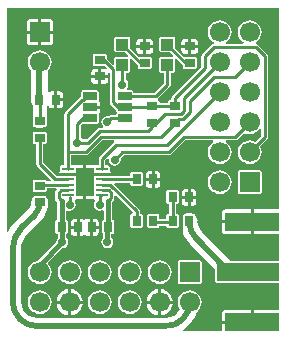
<source format=gbr>
G04 Layer_Physical_Order=1*
G04 Layer_Color=255*
%FSLAX24Y24*%
%MOIN*%
%TF.FileFunction,Copper,L1,Top,Signal*%
%TF.Part,Single*%
G01*
G75*
%TA.AperFunction,Conductor*%
%ADD10C,0.0200*%
%ADD11C,0.0100*%
%TA.AperFunction,SMDPad,CuDef*%
%ADD12R,0.0354X0.0276*%
%ADD13R,0.0394X0.0394*%
%TA.AperFunction,ConnectorPad*%
%ADD14R,0.1811X0.0630*%
%ADD15R,0.2087X0.0591*%
%TA.AperFunction,SMDPad,CuDef*%
%ADD16R,0.0276X0.0354*%
%ADD17R,0.0394X0.0098*%
%ADD18R,0.0587X0.0937*%
G04:AMPARAMS|DCode=19|XSize=25.6mil|YSize=47.2mil|CornerRadius=1.9mil|HoleSize=0mil|Usage=FLASHONLY|Rotation=90.000|XOffset=0mil|YOffset=0mil|HoleType=Round|Shape=RoundedRectangle|*
%AMROUNDEDRECTD19*
21,1,0.0256,0.0434,0,0,90.0*
21,1,0.0218,0.0472,0,0,90.0*
1,1,0.0038,0.0217,0.0109*
1,1,0.0038,0.0217,-0.0109*
1,1,0.0038,-0.0217,-0.0109*
1,1,0.0038,-0.0217,0.0109*
%
%ADD19ROUNDEDRECTD19*%
%TA.AperFunction,Conductor*%
%ADD20C,0.0150*%
%TA.AperFunction,ComponentPad*%
%ADD21C,0.0669*%
%ADD22R,0.0669X0.0669*%
%ADD23R,0.0669X0.0669*%
%TA.AperFunction,ViaPad*%
%ADD24C,0.0276*%
G36*
X2988Y2097D02*
X2984Y2094D01*
X2129D01*
Y1677D01*
Y1260D01*
X2984D01*
X2988Y1257D01*
Y363D01*
X2984Y360D01*
X1378D01*
X414Y1324D01*
X408Y1329D01*
X327Y1433D01*
X274Y1562D01*
X256Y1698D01*
X258Y1700D01*
X258D01*
X248Y1773D01*
X220Y1841D01*
X175Y1900D01*
X166Y1907D01*
X159Y1923D01*
X128Y1936D01*
X117Y1945D01*
X49Y1973D01*
X-24Y1982D01*
X-98Y1973D01*
X-166Y1945D01*
X-177Y1936D01*
X-208Y1923D01*
X-215Y1907D01*
X-224Y1900D01*
X-269Y1841D01*
X-297Y1773D01*
X-307Y1700D01*
X-308D01*
X-294Y1528D01*
X-254Y1361D01*
X-188Y1202D01*
X-98Y1055D01*
X14Y924D01*
X14Y925D01*
X833Y106D01*
Y-295D01*
X852Y-341D01*
X898Y-360D01*
X2984D01*
X2988Y-363D01*
Y-1257D01*
X2984Y-1260D01*
X2129D01*
Y-1677D01*
X2079D01*
Y-1727D01*
X1071D01*
Y-1969D01*
X-218D01*
X-232Y-1919D01*
X-163Y-1876D01*
X-34Y-1766D01*
X76Y-1637D01*
X165Y-1492D01*
X230Y-1335D01*
X234Y-1318D01*
X281Y-1281D01*
X345Y-1199D01*
X384Y-1103D01*
X398Y-1000D01*
X384Y-897D01*
X345Y-801D01*
X281Y-719D01*
X199Y-655D01*
X103Y-616D01*
X0Y-602D01*
X-103Y-616D01*
X-199Y-655D01*
X-281Y-719D01*
X-345Y-801D01*
X-384Y-897D01*
X-398Y-1000D01*
X-384Y-1103D01*
X-345Y-1199D01*
X-332Y-1216D01*
X-350Y-1260D01*
X-433Y-1367D01*
X-540Y-1450D01*
X-666Y-1502D01*
X-793Y-1519D01*
X-800Y-1518D01*
X-5090D01*
X-5097Y-1519D01*
X-5228Y-1501D01*
X-5357Y-1448D01*
X-5468Y-1363D01*
X-5553Y-1252D01*
X-5607Y-1123D01*
X-5624Y-992D01*
X-5623Y-984D01*
Y767D01*
X-5624Y771D01*
X-5610Y907D01*
X-5569Y1042D01*
X-5503Y1166D01*
X-5416Y1272D01*
X-5413Y1274D01*
X-4968Y1719D01*
X-4968Y1719D01*
X-4967Y1718D01*
X-4861Y1848D01*
X-4781Y1996D01*
X-4732Y2157D01*
X-4716Y2324D01*
X-4718D01*
X-4727Y2397D01*
X-4755Y2466D01*
X-4764Y2477D01*
X-4777Y2508D01*
X-4793Y2515D01*
X-4800Y2524D01*
X-4859Y2569D01*
X-4927Y2597D01*
X-5000Y2607D01*
X-5073Y2597D01*
X-5141Y2569D01*
X-5200Y2524D01*
X-5207Y2515D01*
X-5223Y2508D01*
X-5236Y2477D01*
X-5245Y2466D01*
X-5273Y2397D01*
X-5282Y2324D01*
X-5282D01*
X-5292Y2249D01*
X-5322Y2179D01*
X-5368Y2118D01*
X-5368Y2118D01*
X-5368Y2118D01*
X-5812Y1674D01*
X-5813Y1675D01*
X-5944Y1522D01*
X-6050Y1350D01*
X-6099Y1360D01*
Y8799D01*
X2988D01*
Y2097D01*
D02*
G37*
%LPC*%
G36*
X-3587Y1779D02*
X-3674D01*
Y1500D01*
Y1221D01*
X-3587D01*
X-3548Y1229D01*
X-3530Y1240D01*
X-3485Y1251D01*
X-3452Y1229D01*
X-3413Y1221D01*
X-3326D01*
Y1500D01*
Y1779D01*
X-3413D01*
X-3452Y1771D01*
X-3470Y1760D01*
X-3515Y1749D01*
X-3548Y1771D01*
X-3587Y1779D01*
D02*
G37*
G36*
X-3036Y1450D02*
X-3226D01*
Y1221D01*
X-3138D01*
X-3099Y1229D01*
X-3066Y1251D01*
X-3044Y1284D01*
X-3036Y1323D01*
Y1450D01*
D02*
G37*
G36*
X-3000Y398D02*
X-3103Y384D01*
X-3199Y345D01*
X-3281Y281D01*
X-3345Y199D01*
X-3384Y103D01*
X-3398Y0D01*
X-3384Y-103D01*
X-3345Y-199D01*
X-3281Y-281D01*
X-3199Y-345D01*
X-3103Y-384D01*
X-3000Y-398D01*
X-2897Y-384D01*
X-2801Y-345D01*
X-2719Y-281D01*
X-2655Y-199D01*
X-2616Y-103D01*
X-2602Y0D01*
X-2616Y103D01*
X-2655Y199D01*
X-2719Y281D01*
X-2801Y345D01*
X-2897Y384D01*
X-3000Y398D01*
D02*
G37*
G36*
X-2000D02*
X-2103Y384D01*
X-2199Y345D01*
X-2281Y281D01*
X-2345Y199D01*
X-2384Y103D01*
X-2398Y0D01*
X-2384Y-103D01*
X-2345Y-199D01*
X-2281Y-281D01*
X-2199Y-345D01*
X-2103Y-384D01*
X-2000Y-398D01*
X-1897Y-384D01*
X-1801Y-345D01*
X-1719Y-281D01*
X-1655Y-199D01*
X-1616Y-103D01*
X-1602Y0D01*
X-1616Y103D01*
X-1655Y199D01*
X-1719Y281D01*
X-1801Y345D01*
X-1897Y384D01*
X-2000Y398D01*
D02*
G37*
G36*
X-1000D02*
X-1103Y384D01*
X-1199Y345D01*
X-1281Y281D01*
X-1345Y199D01*
X-1384Y103D01*
X-1398Y0D01*
X-1384Y-103D01*
X-1345Y-199D01*
X-1281Y-281D01*
X-1199Y-345D01*
X-1103Y-384D01*
X-1000Y-398D01*
X-897Y-384D01*
X-801Y-345D01*
X-719Y-281D01*
X-655Y-199D01*
X-616Y-103D01*
X-602Y0D01*
X-616Y103D01*
X-655Y199D01*
X-719Y281D01*
X-801Y345D01*
X-897Y384D01*
X-1000Y398D01*
D02*
G37*
G36*
X-3774Y1450D02*
X-3964D01*
Y1323D01*
X-3956Y1284D01*
X-3934Y1251D01*
X-3901Y1229D01*
X-3862Y1221D01*
X-3774D01*
Y1450D01*
D02*
G37*
G36*
X2029Y2094D02*
X1173D01*
X1134Y2086D01*
X1101Y2064D01*
X1079Y2031D01*
X1071Y1992D01*
Y1727D01*
X2029D01*
Y2094D01*
D02*
G37*
G36*
X-438Y2742D02*
X-713D01*
X-759Y2723D01*
X-778Y2677D01*
Y2323D01*
X-759Y2277D01*
X-713Y2258D01*
X-688D01*
Y1942D01*
X-713D01*
X-759Y1923D01*
X-778Y1877D01*
Y1775D01*
X-1022D01*
Y1877D01*
X-1041Y1923D01*
X-1087Y1942D01*
X-1362D01*
X-1408Y1923D01*
X-1427Y1877D01*
Y1523D01*
X-1408Y1477D01*
X-1362Y1458D01*
X-1087D01*
X-1041Y1477D01*
X-1022Y1523D01*
Y1551D01*
X-778D01*
Y1523D01*
X-759Y1477D01*
X-713Y1458D01*
X-438D01*
X-392Y1477D01*
X-373Y1523D01*
Y1877D01*
X-392Y1923D01*
X-438Y1942D01*
X-464D01*
Y2258D01*
X-438D01*
X-392Y2277D01*
X-373Y2323D01*
Y2677D01*
X-392Y2723D01*
X-438Y2742D01*
D02*
G37*
G36*
X-74Y2450D02*
X-264D01*
Y2323D01*
X-256Y2284D01*
X-234Y2251D01*
X-201Y2229D01*
X-162Y2221D01*
X-74D01*
Y2450D01*
D02*
G37*
G36*
X2029Y1627D02*
X1071D01*
Y1362D01*
X1079Y1323D01*
X1101Y1290D01*
X1134Y1268D01*
X1173Y1260D01*
X2029D01*
Y1627D01*
D02*
G37*
G36*
X-3774Y1779D02*
X-3862D01*
X-3901Y1771D01*
X-3934Y1749D01*
X-3956Y1716D01*
X-3964Y1677D01*
Y1550D01*
X-3774D01*
Y1779D01*
D02*
G37*
G36*
X-3138Y1779D02*
X-3226D01*
Y1550D01*
X-3036D01*
Y1677D01*
X-3044Y1716D01*
X-3066Y1749D01*
X-3099Y1771D01*
X-3138Y1779D01*
D02*
G37*
G36*
X-4000Y398D02*
X-4103Y384D01*
X-4199Y345D01*
X-4281Y281D01*
X-4345Y199D01*
X-4384Y103D01*
X-4398Y0D01*
X-4384Y-103D01*
X-4345Y-199D01*
X-4281Y-281D01*
X-4199Y-345D01*
X-4103Y-384D01*
X-4000Y-398D01*
X-3897Y-384D01*
X-3801Y-345D01*
X-3719Y-281D01*
X-3655Y-199D01*
X-3616Y-103D01*
X-3602Y0D01*
X-3616Y103D01*
X-3655Y199D01*
X-3719Y281D01*
X-3801Y345D01*
X-3897Y384D01*
X-4000Y398D01*
D02*
G37*
G36*
X-3568Y-1050D02*
X-3950D01*
Y-1432D01*
X-3887Y-1423D01*
X-3781Y-1380D01*
X-3690Y-1310D01*
X-3620Y-1219D01*
X-3577Y-1113D01*
X-3568Y-1050D01*
D02*
G37*
G36*
X-568D02*
X-950D01*
Y-1432D01*
X-887Y-1423D01*
X-781Y-1380D01*
X-690Y-1310D01*
X-620Y-1219D01*
X-577Y-1113D01*
X-568Y-1050D01*
D02*
G37*
G36*
X-5000Y-602D02*
X-5103Y-616D01*
X-5199Y-655D01*
X-5281Y-719D01*
X-5345Y-801D01*
X-5384Y-897D01*
X-5398Y-1000D01*
X-5384Y-1103D01*
X-5345Y-1199D01*
X-5281Y-1281D01*
X-5199Y-1345D01*
X-5103Y-1384D01*
X-5000Y-1398D01*
X-4897Y-1384D01*
X-4801Y-1345D01*
X-4719Y-1281D01*
X-4655Y-1199D01*
X-4616Y-1103D01*
X-4602Y-1000D01*
X-4616Y-897D01*
X-4655Y-801D01*
X-4719Y-719D01*
X-4801Y-655D01*
X-4897Y-616D01*
X-5000Y-602D01*
D02*
G37*
G36*
X2029Y-1260D02*
X1173D01*
X1134Y-1268D01*
X1101Y-1290D01*
X1079Y-1323D01*
X1071Y-1362D01*
Y-1627D01*
X2029D01*
Y-1260D01*
D02*
G37*
G36*
X-4050Y-1050D02*
X-4432D01*
X-4423Y-1113D01*
X-4380Y-1219D01*
X-4310Y-1310D01*
X-4219Y-1380D01*
X-4113Y-1423D01*
X-4050Y-1432D01*
Y-1050D01*
D02*
G37*
G36*
X-1050D02*
X-1432D01*
X-1423Y-1113D01*
X-1380Y-1219D01*
X-1310Y-1310D01*
X-1219Y-1380D01*
X-1113Y-1423D01*
X-1050Y-1432D01*
Y-1050D01*
D02*
G37*
G36*
X-3000Y-602D02*
X-3103Y-616D01*
X-3199Y-655D01*
X-3281Y-719D01*
X-3345Y-801D01*
X-3384Y-897D01*
X-3398Y-1000D01*
X-3384Y-1103D01*
X-3345Y-1199D01*
X-3281Y-1281D01*
X-3199Y-1345D01*
X-3103Y-1384D01*
X-3000Y-1398D01*
X-2897Y-1384D01*
X-2801Y-1345D01*
X-2719Y-1281D01*
X-2655Y-1199D01*
X-2616Y-1103D01*
X-2602Y-1000D01*
X-2616Y-897D01*
X-2655Y-801D01*
X-2719Y-719D01*
X-2801Y-655D01*
X-2897Y-616D01*
X-3000Y-602D01*
D02*
G37*
G36*
X-3950Y-568D02*
Y-950D01*
X-3568D01*
X-3577Y-887D01*
X-3620Y-781D01*
X-3690Y-690D01*
X-3781Y-620D01*
X-3887Y-577D01*
X-3950Y-568D01*
D02*
G37*
G36*
X-950D02*
Y-950D01*
X-568D01*
X-577Y-887D01*
X-620Y-781D01*
X-690Y-690D01*
X-781Y-620D01*
X-887Y-577D01*
X-950Y-568D01*
D02*
G37*
G36*
X335Y399D02*
X-335D01*
X-380Y380D01*
X-399Y335D01*
Y-335D01*
X-380Y-380D01*
X-335Y-399D01*
X335D01*
X380Y-380D01*
X399Y-335D01*
Y335D01*
X380Y380D01*
X335Y399D01*
D02*
G37*
G36*
X-2000Y-602D02*
X-2103Y-616D01*
X-2199Y-655D01*
X-2281Y-719D01*
X-2345Y-801D01*
X-2384Y-897D01*
X-2398Y-1000D01*
X-2384Y-1103D01*
X-2345Y-1199D01*
X-2281Y-1281D01*
X-2199Y-1345D01*
X-2103Y-1384D01*
X-2000Y-1398D01*
X-1897Y-1384D01*
X-1801Y-1345D01*
X-1719Y-1281D01*
X-1655Y-1199D01*
X-1616Y-1103D01*
X-1602Y-1000D01*
X-1616Y-897D01*
X-1655Y-801D01*
X-1719Y-719D01*
X-1801Y-655D01*
X-1897Y-616D01*
X-2000Y-602D01*
D02*
G37*
G36*
X-4050Y-568D02*
X-4113Y-577D01*
X-4219Y-620D01*
X-4310Y-690D01*
X-4380Y-781D01*
X-4423Y-887D01*
X-4432Y-950D01*
X-4050D01*
Y-568D01*
D02*
G37*
G36*
X-1050D02*
X-1113Y-577D01*
X-1219Y-620D01*
X-1310Y-690D01*
X-1380Y-781D01*
X-1423Y-887D01*
X-1432Y-950D01*
X-1050D01*
Y-568D01*
D02*
G37*
G36*
X215Y2450D02*
X26D01*
Y2221D01*
X113D01*
X152Y2229D01*
X185Y2251D01*
X208Y2284D01*
X215Y2323D01*
Y2450D01*
D02*
G37*
G36*
X279Y7476D02*
X50D01*
Y7286D01*
X177D01*
X216Y7294D01*
X249Y7316D01*
X271Y7349D01*
X279Y7388D01*
Y7476D01*
D02*
G37*
G36*
X-5050Y7950D02*
X-5437D01*
Y7665D01*
X-5429Y7626D01*
X-5407Y7593D01*
X-5374Y7571D01*
X-5335Y7563D01*
X-5050D01*
Y7950D01*
D02*
G37*
G36*
X-4563D02*
X-4950D01*
Y7563D01*
X-4665D01*
X-4626Y7571D01*
X-4593Y7593D01*
X-4571Y7626D01*
X-4563Y7665D01*
Y7950D01*
D02*
G37*
G36*
X-1550Y7476D02*
X-1779D01*
Y7388D01*
X-1771Y7349D01*
X-1749Y7316D01*
X-1716Y7294D01*
X-1677Y7286D01*
X-1550D01*
Y7476D01*
D02*
G37*
G36*
X-1221D02*
X-1450D01*
Y7286D01*
X-1323D01*
X-1284Y7294D01*
X-1251Y7316D01*
X-1229Y7349D01*
X-1221Y7388D01*
Y7476D01*
D02*
G37*
G36*
X-50D02*
X-279D01*
Y7388D01*
X-271Y7349D01*
X-249Y7316D01*
X-216Y7294D01*
X-177Y7286D01*
X-50D01*
Y7476D01*
D02*
G37*
G36*
X-1550Y7765D02*
X-1677D01*
X-1716Y7758D01*
X-1749Y7735D01*
X-1771Y7702D01*
X-1779Y7663D01*
Y7576D01*
X-1550D01*
Y7765D01*
D02*
G37*
G36*
X2000Y8398D02*
X1897Y8384D01*
X1801Y8345D01*
X1719Y8281D01*
X1655Y8199D01*
X1616Y8103D01*
X1602Y8000D01*
X1616Y7897D01*
X1655Y7801D01*
X1719Y7719D01*
X1792Y7662D01*
X1787Y7628D01*
X1779Y7612D01*
X1221D01*
X1213Y7628D01*
X1208Y7662D01*
X1281Y7719D01*
X1345Y7801D01*
X1384Y7897D01*
X1398Y8000D01*
X1384Y8103D01*
X1345Y8199D01*
X1281Y8281D01*
X1199Y8345D01*
X1103Y8384D01*
X1000Y8398D01*
X897Y8384D01*
X801Y8345D01*
X719Y8281D01*
X655Y8199D01*
X616Y8103D01*
X602Y8000D01*
X616Y7897D01*
X655Y7801D01*
X719Y7719D01*
X795Y7660D01*
X793Y7634D01*
X783Y7609D01*
X757Y7603D01*
X721Y7579D01*
X421Y7279D01*
X397Y7243D01*
X388Y7200D01*
Y6846D01*
X-579Y5879D01*
X-603Y5843D01*
X-612Y5800D01*
Y5728D01*
X-677D01*
X-723Y5709D01*
X-742Y5663D01*
Y5638D01*
X-1008D01*
Y5663D01*
X-1027Y5709D01*
X-1067Y5726D01*
X-1070Y5734D01*
X-1073Y5748D01*
X-1072Y5778D01*
X-1047Y5795D01*
X-671Y6171D01*
X-647Y6207D01*
X-638Y6250D01*
Y6654D01*
X-553D01*
X-507Y6673D01*
X-488Y6719D01*
Y7094D01*
X-440Y7116D01*
X-242Y6918D01*
Y6837D01*
X-223Y6791D01*
X-177Y6772D01*
X177D01*
X223Y6791D01*
X242Y6837D01*
Y7112D01*
X223Y7158D01*
X177Y7177D01*
X-177D01*
X-182Y7175D01*
X-488Y7481D01*
Y7782D01*
X-507Y7827D01*
X-553Y7846D01*
X-947D01*
X-993Y7827D01*
X-1012Y7782D01*
Y7388D01*
X-993Y7342D01*
X-947Y7323D01*
X-647D01*
X-549Y7225D01*
X-571Y7177D01*
X-947D01*
X-993Y7158D01*
X-1012Y7112D01*
Y6719D01*
X-993Y6673D01*
X-947Y6654D01*
X-862D01*
Y6296D01*
X-1172Y5986D01*
X-1872D01*
X-1878Y6014D01*
X-1895Y6040D01*
X-1921Y6057D01*
X-1952Y6063D01*
X-2084D01*
X-2097Y6088D01*
X-2104Y6113D01*
X-2064Y6173D01*
X-2048Y6250D01*
X-2064Y6327D01*
X-2108Y6392D01*
X-2138Y6413D01*
Y6654D01*
X-2053D01*
X-2007Y6673D01*
X-1988Y6719D01*
Y7094D01*
X-1940Y7116D01*
X-1742Y6918D01*
Y6837D01*
X-1723Y6791D01*
X-1677Y6772D01*
X-1323D01*
X-1277Y6791D01*
X-1258Y6837D01*
Y7112D01*
X-1277Y7158D01*
X-1323Y7177D01*
X-1677D01*
X-1682Y7175D01*
X-1988Y7481D01*
Y7782D01*
X-2007Y7827D01*
X-2053Y7846D01*
X-2447D01*
X-2493Y7827D01*
X-2512Y7782D01*
Y7388D01*
X-2493Y7342D01*
X-2447Y7323D01*
X-2147D01*
X-2049Y7225D01*
X-2071Y7177D01*
X-2447D01*
X-2493Y7158D01*
X-2512Y7112D01*
Y6935D01*
X-2558Y6916D01*
X-2758Y7116D01*
Y7213D01*
X-2777Y7259D01*
X-2823Y7278D01*
X-3177D01*
X-3223Y7259D01*
X-3242Y7213D01*
Y6938D01*
X-3223Y6892D01*
X-3177Y6873D01*
X-2831D01*
X-2757Y6799D01*
X-2783Y6759D01*
X-2786Y6757D01*
X-2823Y6764D01*
X-2950D01*
Y6574D01*
X-2721D01*
Y6652D01*
X-2698Y6673D01*
X-2674Y6684D01*
X-2669Y6681D01*
Y5657D01*
X-2660Y5614D01*
X-2636Y5577D01*
X-2479Y5421D01*
X-2467Y5413D01*
Y5391D01*
X-2461Y5360D01*
X-2443Y5334D01*
Y5292D01*
X-2461Y5266D01*
X-2466Y5238D01*
X-2624D01*
X-2667Y5229D01*
X-2703Y5205D01*
X-2714Y5194D01*
X-2750Y5202D01*
X-2827Y5186D01*
X-2892Y5142D01*
X-2936Y5077D01*
X-2952Y5000D01*
X-2936Y4923D01*
X-2895Y4862D01*
X-2901Y4841D01*
X-2914Y4812D01*
X-3000D01*
X-3043Y4803D01*
X-3079Y4779D01*
X-3432Y4427D01*
X-3587D01*
X-3608Y4457D01*
X-3638Y4477D01*
Y4904D01*
X-3591Y4951D01*
X-3579Y4943D01*
X-3548Y4937D01*
X-3114D01*
X-3083Y4943D01*
X-3057Y4960D01*
X-3039Y4986D01*
X-3033Y5017D01*
Y5235D01*
X-3039Y5266D01*
X-3032Y5303D01*
X-3028Y5305D01*
X-3001Y5345D01*
X-2992Y5391D01*
Y5450D01*
X-3331D01*
Y5550D01*
X-2992D01*
Y5609D01*
X-3001Y5655D01*
X-3028Y5695D01*
X-3032Y5697D01*
X-3039Y5734D01*
X-3033Y5765D01*
Y5983D01*
X-3039Y6014D01*
X-3057Y6040D01*
X-3083Y6057D01*
X-3114Y6063D01*
X-3548D01*
X-3579Y6057D01*
X-3605Y6040D01*
X-3622Y6014D01*
X-3628Y5983D01*
Y5844D01*
X-3644Y5841D01*
X-3680Y5817D01*
X-4148Y5349D01*
X-4172Y5313D01*
X-4181Y5270D01*
Y3557D01*
X-4266D01*
X-4312Y3538D01*
X-4331Y3492D01*
Y3394D01*
X-4330Y3392D01*
X-4338Y3387D01*
X-4360Y3354D01*
X-4368Y3316D01*
X-4069D01*
Y3216D01*
X-4368D01*
X-4380Y3201D01*
X-4443D01*
X-4888Y3646D01*
Y4272D01*
X-4823D01*
X-4777Y4291D01*
X-4758Y4337D01*
Y4612D01*
X-4777Y4658D01*
X-4823Y4677D01*
X-5177D01*
X-5223Y4658D01*
X-5242Y4612D01*
Y4337D01*
X-5223Y4291D01*
X-5177Y4272D01*
X-5112D01*
Y3600D01*
X-5103Y3557D01*
X-5079Y3521D01*
X-4628Y3070D01*
X-4647Y3023D01*
X-4762D01*
X-4777Y3059D01*
X-4823Y3078D01*
X-5177D01*
X-5223Y3059D01*
X-5242Y3013D01*
Y2738D01*
X-5223Y2692D01*
X-5177Y2673D01*
X-4823D01*
X-4777Y2692D01*
X-4758Y2738D01*
Y2799D01*
X-4452D01*
X-4433Y2753D01*
X-4455Y2731D01*
X-4479Y2695D01*
X-4488Y2652D01*
Y2462D01*
X-4479Y2420D01*
X-4455Y2383D01*
X-4413Y2341D01*
Y1742D01*
X-4413D01*
X-4459Y1723D01*
X-4478Y1677D01*
Y1323D01*
X-4459Y1277D01*
X-4413Y1258D01*
X-4387D01*
Y1146D01*
X-4392Y1142D01*
X-4436Y1077D01*
X-4452Y1000D01*
X-4450Y994D01*
X-5054Y391D01*
X-5103Y384D01*
X-5199Y345D01*
X-5281Y281D01*
X-5345Y199D01*
X-5384Y103D01*
X-5398Y0D01*
X-5384Y-103D01*
X-5345Y-199D01*
X-5281Y-281D01*
X-5199Y-345D01*
X-5103Y-384D01*
X-5000Y-398D01*
X-4897Y-384D01*
X-4801Y-345D01*
X-4719Y-281D01*
X-4655Y-199D01*
X-4616Y-103D01*
X-4602Y0D01*
X-4616Y103D01*
X-4655Y199D01*
X-4719Y281D01*
X-4720Y282D01*
X-4723Y332D01*
X-4256Y800D01*
X-4250Y798D01*
X-4173Y814D01*
X-4108Y858D01*
X-4064Y923D01*
X-4048Y1000D01*
X-4064Y1077D01*
X-4108Y1142D01*
X-4113Y1146D01*
Y1269D01*
X-4092Y1277D01*
X-4073Y1323D01*
Y1677D01*
X-4092Y1723D01*
X-4138Y1742D01*
X-4138D01*
Y2052D01*
X-4094Y2075D01*
X-4077Y2064D01*
X-4000Y2048D01*
X-3923Y2064D01*
X-3858Y2108D01*
X-3814Y2173D01*
X-3798Y2250D01*
X-3814Y2327D01*
X-3839Y2365D01*
X-3827Y2419D01*
X-3806Y2432D01*
X-3793Y2430D01*
X-3550D01*
Y3000D01*
Y3570D01*
X-3793D01*
X-3832Y3563D01*
X-3853Y3549D01*
X-3872Y3557D01*
X-3957D01*
Y3888D01*
X-3474D01*
X-3431Y3897D01*
X-3395Y3921D01*
X-2928Y4388D01*
X-2528D01*
X-2513Y4338D01*
X-2526Y4329D01*
X-3010Y3845D01*
X-3035Y3809D01*
X-3043Y3766D01*
Y3557D01*
X-3128D01*
X-3147Y3549D01*
X-3168Y3563D01*
X-3207Y3570D01*
X-3450D01*
Y3000D01*
Y2430D01*
X-3207D01*
X-3194Y2432D01*
X-3173Y2419D01*
X-3161Y2365D01*
X-3186Y2327D01*
X-3202Y2250D01*
X-3186Y2173D01*
X-3142Y2108D01*
X-3077Y2064D01*
X-3000Y2048D01*
X-2923Y2064D01*
X-2906Y2075D01*
X-2862Y2052D01*
Y1742D01*
X-2862D01*
X-2908Y1723D01*
X-2927Y1677D01*
Y1323D01*
X-2908Y1277D01*
X-2887Y1269D01*
Y1146D01*
X-2892Y1142D01*
X-2936Y1077D01*
X-2952Y1000D01*
X-2936Y923D01*
X-2892Y858D01*
X-2827Y814D01*
X-2750Y798D01*
X-2673Y814D01*
X-2608Y858D01*
X-2564Y923D01*
X-2548Y1000D01*
X-2564Y1077D01*
X-2608Y1142D01*
X-2613Y1146D01*
Y1258D01*
X-2587D01*
X-2541Y1277D01*
X-2522Y1323D01*
Y1677D01*
X-2541Y1723D01*
X-2587Y1742D01*
X-2587D01*
Y2341D01*
X-2545Y2383D01*
X-2521Y2420D01*
X-2512Y2462D01*
Y2542D01*
X-2466Y2561D01*
X-1897Y1992D01*
X-1910Y1942D01*
X-1913D01*
X-1959Y1923D01*
X-1978Y1877D01*
Y1523D01*
X-1959Y1477D01*
X-1913Y1458D01*
X-1638D01*
X-1592Y1477D01*
X-1573Y1523D01*
Y1877D01*
X-1592Y1923D01*
X-1638Y1942D01*
X-1664D01*
Y2029D01*
X-1672Y2072D01*
X-1696Y2108D01*
X-2519Y2930D01*
X-2499Y2977D01*
X-1978D01*
Y2923D01*
X-1959Y2877D01*
X-1913Y2858D01*
X-1638D01*
X-1592Y2877D01*
X-1573Y2923D01*
Y3277D01*
X-1592Y3323D01*
X-1638Y3342D01*
X-1913D01*
X-1959Y3323D01*
X-1978Y3277D01*
Y3201D01*
X-2619D01*
X-2632Y3216D01*
X-2931D01*
Y3316D01*
X-2632D01*
X-2640Y3354D01*
X-2662Y3387D01*
X-2670Y3392D01*
X-2669Y3394D01*
Y3492D01*
X-2688Y3538D01*
X-2734Y3557D01*
X-2819D01*
Y3720D01*
X-2744Y3795D01*
X-2697Y3771D01*
X-2702Y3750D01*
X-2686Y3673D01*
X-2642Y3608D01*
X-2577Y3564D01*
X-2500Y3548D01*
X-2423Y3564D01*
X-2358Y3608D01*
X-2314Y3673D01*
X-2298Y3750D01*
X-2306Y3786D01*
X-2204Y3888D01*
X-700D01*
X-657Y3897D01*
X-621Y3921D01*
X-154Y4388D01*
X779D01*
X787Y4372D01*
X792Y4338D01*
X719Y4281D01*
X655Y4199D01*
X616Y4103D01*
X602Y4000D01*
X616Y3897D01*
X655Y3801D01*
X719Y3719D01*
X801Y3655D01*
X897Y3616D01*
X1000Y3602D01*
X1103Y3616D01*
X1199Y3655D01*
X1281Y3719D01*
X1345Y3801D01*
X1384Y3897D01*
X1398Y4000D01*
X1384Y4103D01*
X1345Y4199D01*
X1281Y4281D01*
X1208Y4338D01*
X1213Y4372D01*
X1221Y4388D01*
X1500D01*
X1543Y4397D01*
X1579Y4421D01*
X1810Y4652D01*
X1897Y4616D01*
X2000Y4602D01*
X2103Y4616D01*
X2199Y4655D01*
X2281Y4719D01*
X2338Y4792D01*
X2372Y4787D01*
X2388Y4779D01*
Y4546D01*
X2190Y4348D01*
X2103Y4384D01*
X2000Y4398D01*
X1897Y4384D01*
X1801Y4345D01*
X1719Y4281D01*
X1655Y4199D01*
X1616Y4103D01*
X1602Y4000D01*
X1616Y3897D01*
X1655Y3801D01*
X1719Y3719D01*
X1801Y3655D01*
X1897Y3616D01*
X2000Y3602D01*
X2103Y3616D01*
X2199Y3655D01*
X2281Y3719D01*
X2345Y3801D01*
X2384Y3897D01*
X2398Y4000D01*
X2384Y4103D01*
X2348Y4190D01*
X2579Y4421D01*
X2603Y4457D01*
X2612Y4500D01*
Y7200D01*
X2603Y7243D01*
X2579Y7279D01*
X2279Y7579D01*
X2243Y7603D01*
X2217Y7609D01*
X2207Y7634D01*
X2205Y7660D01*
X2281Y7719D01*
X2345Y7801D01*
X2384Y7897D01*
X2398Y8000D01*
X2384Y8103D01*
X2345Y8199D01*
X2281Y8281D01*
X2199Y8345D01*
X2103Y8384D01*
X2000Y8398D01*
D02*
G37*
G36*
X-5050Y8437D02*
X-5335D01*
X-5374Y8429D01*
X-5407Y8407D01*
X-5429Y8374D01*
X-5437Y8335D01*
Y8050D01*
X-5050D01*
Y8437D01*
D02*
G37*
G36*
X-4665D02*
X-4950D01*
Y8050D01*
X-4563D01*
Y8335D01*
X-4571Y8374D01*
X-4593Y8407D01*
X-4626Y8429D01*
X-4665Y8437D01*
D02*
G37*
G36*
X-1323Y7765D02*
X-1450D01*
Y7576D01*
X-1221D01*
Y7663D01*
X-1229Y7702D01*
X-1251Y7735D01*
X-1284Y7758D01*
X-1323Y7765D01*
D02*
G37*
G36*
X-50D02*
X-177D01*
X-216Y7758D01*
X-249Y7735D01*
X-271Y7702D01*
X-279Y7663D01*
Y7576D01*
X-50D01*
Y7765D01*
D02*
G37*
G36*
X177D02*
X50D01*
Y7576D01*
X279D01*
Y7663D01*
X271Y7702D01*
X249Y7735D01*
X216Y7758D01*
X177Y7765D01*
D02*
G37*
G36*
X-3050Y6764D02*
X-3177D01*
X-3216Y6756D01*
X-3249Y6734D01*
X-3271Y6701D01*
X-3279Y6662D01*
Y6574D01*
X-3050D01*
Y6764D01*
D02*
G37*
G36*
X1000Y3398D02*
X897Y3384D01*
X801Y3345D01*
X719Y3281D01*
X655Y3199D01*
X616Y3103D01*
X602Y3000D01*
X616Y2897D01*
X655Y2801D01*
X719Y2719D01*
X801Y2655D01*
X897Y2616D01*
X1000Y2602D01*
X1103Y2616D01*
X1199Y2655D01*
X1281Y2719D01*
X1345Y2801D01*
X1384Y2897D01*
X1398Y3000D01*
X1384Y3103D01*
X1345Y3199D01*
X1281Y3281D01*
X1199Y3345D01*
X1103Y3384D01*
X1000Y3398D01*
D02*
G37*
G36*
X-1274Y3050D02*
X-1464D01*
Y2923D01*
X-1456Y2884D01*
X-1434Y2851D01*
X-1401Y2829D01*
X-1362Y2821D01*
X-1274D01*
Y3050D01*
D02*
G37*
G36*
X-985D02*
X-1174D01*
Y2821D01*
X-1087D01*
X-1048Y2829D01*
X-1015Y2851D01*
X-992Y2884D01*
X-985Y2923D01*
Y3050D01*
D02*
G37*
G36*
X-74Y2779D02*
X-162D01*
X-201Y2771D01*
X-234Y2749D01*
X-256Y2716D01*
X-264Y2677D01*
Y2550D01*
X-74D01*
Y2779D01*
D02*
G37*
G36*
X113D02*
X26D01*
Y2550D01*
X215D01*
Y2677D01*
X208Y2716D01*
X185Y2749D01*
X152Y2771D01*
X113Y2779D01*
D02*
G37*
G36*
X2335Y3399D02*
X1665D01*
X1620Y3380D01*
X1601Y3335D01*
Y2665D01*
X1620Y2620D01*
X1665Y2601D01*
X2335D01*
X2380Y2620D01*
X2399Y2665D01*
Y3335D01*
X2380Y3380D01*
X2335Y3399D01*
D02*
G37*
G36*
X-1274Y3379D02*
X-1362D01*
X-1401Y3371D01*
X-1434Y3349D01*
X-1456Y3316D01*
X-1464Y3277D01*
Y3150D01*
X-1274D01*
Y3379D01*
D02*
G37*
G36*
X-4337Y6029D02*
X-4424D01*
Y5800D01*
X-4235D01*
Y5927D01*
X-4242Y5966D01*
X-4265Y5999D01*
X-4298Y6021D01*
X-4337Y6029D01*
D02*
G37*
G36*
X-3050Y6474D02*
X-3279D01*
Y6387D01*
X-3271Y6348D01*
X-3249Y6315D01*
X-3216Y6292D01*
X-3177Y6285D01*
X-3050D01*
Y6474D01*
D02*
G37*
G36*
X-2721D02*
X-2950D01*
Y6285D01*
X-2823D01*
X-2784Y6292D01*
X-2751Y6315D01*
X-2729Y6348D01*
X-2721Y6387D01*
Y6474D01*
D02*
G37*
G36*
X-1087Y3379D02*
X-1174D01*
Y3150D01*
X-985D01*
Y3277D01*
X-992Y3316D01*
X-1015Y3349D01*
X-1048Y3371D01*
X-1087Y3379D01*
D02*
G37*
G36*
X-5000Y7398D02*
X-5103Y7384D01*
X-5199Y7345D01*
X-5281Y7281D01*
X-5345Y7199D01*
X-5384Y7103D01*
X-5398Y7000D01*
X-5384Y6897D01*
X-5345Y6801D01*
X-5308Y6753D01*
Y5750D01*
X-5298Y5677D01*
X-5270Y5609D01*
X-5235Y5562D01*
Y5182D01*
X-5242Y5163D01*
Y4888D01*
X-5223Y4842D01*
X-5177Y4823D01*
X-5111D01*
X-5090Y4809D01*
X-5000Y4791D01*
X-4910Y4809D01*
X-4889Y4823D01*
X-4823D01*
X-4777Y4842D01*
X-4758Y4888D01*
Y5163D01*
X-4766Y5182D01*
Y5599D01*
X-4764Y5600D01*
X-4714Y5576D01*
Y5573D01*
X-4706Y5534D01*
X-4684Y5501D01*
X-4651Y5479D01*
X-4612Y5471D01*
X-4524D01*
Y5750D01*
Y6029D01*
X-4612D01*
X-4651Y6021D01*
X-4684Y5999D01*
X-4693Y5986D01*
X-4743Y6001D01*
Y6700D01*
X-4719Y6719D01*
X-4655Y6801D01*
X-4616Y6897D01*
X-4602Y7000D01*
X-4616Y7103D01*
X-4655Y7199D01*
X-4719Y7281D01*
X-4801Y7345D01*
X-4897Y7384D01*
X-5000Y7398D01*
D02*
G37*
G36*
X-4235Y5700D02*
X-4424D01*
Y5471D01*
X-4337D01*
X-4298Y5479D01*
X-4265Y5501D01*
X-4242Y5534D01*
X-4235Y5573D01*
Y5700D01*
D02*
G37*
%LPD*%
D10*
X1188Y150D02*
G03*
X1551Y0I363J363D01*
G01*
X-24Y1700D02*
G03*
X214Y1125I814J0D01*
G01*
X-5906Y-984D02*
G03*
X-5090Y-1800I816J0D01*
G01*
X-5168Y1918D02*
G03*
X-5000Y2324I-406J406D01*
G01*
X-5613Y1474D02*
G03*
X-5906Y767I707J-707D01*
G01*
X-800Y-1800D02*
G03*
X0Y-1000I0J800D01*
G01*
X1551Y0D02*
X1941D01*
X214Y1125D02*
X1188Y150D01*
X-5026Y5750D02*
Y6974D01*
X-5906Y-984D02*
Y767D01*
X-5613Y1474D02*
X-5168Y1918D01*
X-5090Y-1800D02*
X-800D01*
D11*
X-1803Y3089D02*
G03*
X-1776Y3100I0J39D01*
G01*
X-2447Y4250D02*
X-750D01*
X-2931Y3766D02*
X-2447Y4250D01*
X-2931Y3443D02*
Y3766D01*
X-4069Y3443D02*
Y5270D01*
X-3601Y5738D01*
X-300Y1300D02*
Y2000D01*
X-4376Y2462D02*
Y2652D01*
Y2462D02*
X-4276Y2362D01*
X-4376Y2652D02*
X-4294Y2733D01*
X-4070D01*
X-5400Y2600D02*
X-4700D01*
X800Y6500D02*
X1500D01*
X0Y5700D02*
X800Y6500D01*
X0Y5329D02*
Y5700D01*
X-200Y5800D02*
X1000Y7000D01*
X-200Y5355D02*
Y5800D01*
X-1250Y4850D02*
Y4974D01*
X-1400Y4700D02*
X-1250Y4850D01*
X-3000Y4700D02*
X-1400D01*
X-200Y4500D02*
X1500D01*
X-700Y4000D02*
X-200Y4500D01*
X-2250Y4000D02*
X-700D01*
X-211Y5118D02*
X0Y5329D01*
X-277Y5278D02*
X-200Y5355D01*
X-3474Y4000D02*
X-2974Y4500D01*
X-4069Y4000D02*
X-3474D01*
X1500Y6500D02*
X2000Y7000D01*
X-356Y5118D02*
X-211D01*
X-500Y4974D02*
X-356Y5118D01*
X-500Y5800D02*
X500Y6800D01*
X-822Y5278D02*
X-277D01*
X-974Y4500D02*
X-500Y4974D01*
X-2974Y4500D02*
X-974D01*
X-1126Y4974D02*
X-822Y5278D01*
X-1250Y5526D02*
X-500D01*
X-1126Y5874D02*
X-750Y6250D01*
X-500Y5526D02*
Y5800D01*
X500Y6800D02*
Y7200D01*
X-1250Y4974D02*
X-1126D01*
X-3385Y4315D02*
X-3000Y4700D01*
X-3750Y4315D02*
X-3385D01*
X-3750D02*
Y4950D01*
X-3574Y5126D01*
X-750Y4250D02*
X1000Y6000D01*
X-4489Y3089D02*
X-4070D01*
X-5000Y3600D02*
X-4489Y3089D01*
X-5000Y3600D02*
Y4474D01*
X-3574Y5126D02*
X-3331D01*
X-5000Y2876D02*
X-4964Y2911D01*
X-4069D01*
X-2931Y2734D02*
X-2930Y2733D01*
X-4070D02*
X-4069Y2734D01*
Y3266D02*
X-3743D01*
X-3500Y3022D01*
X-3257Y3266D01*
X-3724Y2776D02*
X-3500Y3000D01*
X-3276Y2776D01*
X-5000Y0D02*
Y250D01*
X-4276Y1500D02*
X-4250Y1474D01*
X-2724Y2362D02*
X-2624Y2462D01*
X-2930Y2733D02*
X-2706D01*
X-2624Y2652D01*
Y2462D02*
Y2652D01*
X26Y2461D02*
Y2539D01*
X-536Y1700D02*
X-526D01*
X-2999Y2557D02*
X-2931D01*
X-3000Y2556D02*
X-2999Y2557D01*
X-3000Y2250D02*
Y2556D01*
X-4000Y2250D02*
Y2500D01*
X-2500Y3750D02*
X-2250Y4000D01*
X1500Y4500D02*
X2000Y5000D01*
X-2930Y2911D02*
X-2657D01*
X-2931Y2911D02*
X-2930Y2911D01*
X-3500Y3000D02*
Y3022D01*
X-3257Y3266D02*
X-2931D01*
X-3439Y5874D02*
X-3331D01*
X-3601Y5738D02*
X-3575D01*
X-1969Y5500D02*
X-1956Y5513D01*
X-1263D01*
X-1250Y5526D01*
X-2169Y5874D02*
X-1126D01*
X-750Y6250D02*
Y6915D01*
X-2250Y6250D02*
Y6915D01*
X-2624Y5126D02*
X-2169D01*
X-2750Y5000D02*
X-2624Y5126D01*
X-4070Y3089D02*
X-4069Y3089D01*
X-5000Y5026D02*
Y5724D01*
X-5026Y5750D02*
X-5000Y5724D01*
X-5026Y6974D02*
X-5000Y7000D01*
X-3575Y5738D02*
X-3439Y5874D01*
X-1224Y1700D02*
X-1188Y1663D01*
X-663D01*
X-576Y1750D02*
X-526Y1700D01*
X-618Y1618D02*
X-536Y1700D01*
X-663Y1663D02*
X-618Y1618D01*
X-576Y1750D02*
Y2450D01*
X-526Y2500D01*
X-2657Y2911D02*
X-1776Y2029D01*
Y1700D02*
Y2029D01*
X-2250Y7585D02*
X-1640Y6974D01*
X-1500D01*
X-750Y7585D02*
X-140Y6974D01*
X0D01*
X-2169Y5500D02*
X-1969D01*
X-2557Y5657D02*
X-2400Y5500D01*
X-2169D01*
X-2750Y1474D02*
X-2724Y1500D01*
X2200Y7500D02*
X2500Y7200D01*
X500D02*
X800Y7500D01*
X2200D01*
X2000Y4000D02*
X2500Y4500D01*
Y7200D01*
X-2931Y3089D02*
X-1803D01*
X-2557Y5657D02*
Y6757D01*
X-3000Y7076D02*
X-2876D01*
X-2557Y6757D01*
D12*
X-5000Y2324D02*
D03*
Y2876D02*
D03*
X-500Y5526D02*
D03*
Y4974D02*
D03*
X-1250Y5526D02*
D03*
Y4974D02*
D03*
X0Y7526D02*
D03*
Y6974D02*
D03*
X-1500Y7526D02*
D03*
Y6974D02*
D03*
X-3000Y7076D02*
D03*
Y6524D02*
D03*
X-5000Y4474D02*
D03*
Y5026D02*
D03*
D13*
X-2250Y7585D02*
D03*
Y6915D02*
D03*
X-750Y7585D02*
D03*
Y6915D02*
D03*
D14*
X2079Y1677D02*
D03*
Y-1677D02*
D03*
D15*
X1941Y0D02*
D03*
D16*
X-2724Y1500D02*
D03*
X-3276D02*
D03*
X-4276Y1500D02*
D03*
X-3724D02*
D03*
X-1776Y1700D02*
D03*
X-1224D02*
D03*
X-24Y1700D02*
D03*
X-576D02*
D03*
X-1776Y3100D02*
D03*
X-1224D02*
D03*
X-24Y2500D02*
D03*
X-576D02*
D03*
X-4474Y5750D02*
D03*
X-5026D02*
D03*
D17*
X-2931Y2557D02*
D03*
Y2734D02*
D03*
Y2911D02*
D03*
Y3089D02*
D03*
Y3266D02*
D03*
Y3443D02*
D03*
X-4069Y2557D02*
D03*
Y2734D02*
D03*
Y2911D02*
D03*
Y3089D02*
D03*
Y3266D02*
D03*
Y3443D02*
D03*
D18*
X-3500Y3000D02*
D03*
D19*
X-2169Y5874D02*
D03*
Y5500D02*
D03*
Y5126D02*
D03*
X-3331D02*
D03*
Y5500D02*
D03*
Y5874D02*
D03*
D20*
X-4276Y1500D02*
Y2362D01*
X-2724Y1500D02*
Y2362D01*
X-5000Y250D02*
X-4250Y1000D01*
Y1474D01*
X-2750Y1000D02*
Y1474D01*
D21*
X-3000Y-1000D02*
D03*
Y0D02*
D03*
X-1000D02*
D03*
X-2000D02*
D03*
X0Y-1000D02*
D03*
X-1000D02*
D03*
X-2000D02*
D03*
X-4000Y0D02*
D03*
Y-1000D02*
D03*
X-5000D02*
D03*
Y0D02*
D03*
X1000Y6000D02*
D03*
X2000D02*
D03*
Y4000D02*
D03*
Y5000D02*
D03*
X1000Y3000D02*
D03*
Y4000D02*
D03*
Y5000D02*
D03*
X2000Y7000D02*
D03*
X1000D02*
D03*
Y8000D02*
D03*
X2000D02*
D03*
X-5000Y7000D02*
D03*
D22*
X0Y0D02*
D03*
D23*
X2000Y3000D02*
D03*
X-5000Y8000D02*
D03*
D24*
X400Y3300D02*
D03*
X-5800Y4400D02*
D03*
X-4500Y4600D02*
D03*
X-3750Y4315D02*
D03*
X-3388Y4750D02*
D03*
X-3000Y2250D02*
D03*
X-4000D02*
D03*
X-2500Y3750D02*
D03*
X-2750Y5000D02*
D03*
X-2250Y6250D02*
D03*
X-4250Y1000D02*
D03*
X-2750D02*
D03*
X-2800Y5500D02*
D03*
X-3031Y4016D02*
D03*
X-3500Y2200D02*
D03*
X-1500Y6300D02*
D03*
X-400D02*
D03*
X200Y8500D02*
D03*
X-900Y8100D02*
D03*
X-2000Y8500D02*
D03*
X-3100Y8200D02*
D03*
X-4200Y8500D02*
D03*
Y7400D02*
D03*
X-5700Y2300D02*
D03*
X-4600Y1900D02*
D03*
X-3500Y500D02*
D03*
X-2100Y1000D02*
D03*
X-500Y800D02*
D03*
X2500D02*
D03*
Y-800D02*
D03*
X600Y-1600D02*
D03*
Y2000D02*
D03*
X400Y4200D02*
D03*
X-500Y3200D02*
D03*
X-1300Y3700D02*
D03*
X2700Y3500D02*
D03*
Y2400D02*
D03*
Y8400D02*
D03*
X1400Y800D02*
D03*
X1300Y-800D02*
D03*
X-3500Y6700D02*
D03*
X-3900Y5900D02*
D03*
X-4500Y3600D02*
D03*
X-2300Y3400D02*
D03*
X-2400Y2000D02*
D03*
X-5100Y700D02*
D03*
X-5500Y6400D02*
D03*
X-1300Y2400D02*
D03*
%TF.MD5,c6ca417c24a142afd57b895a32dc97d6*%
M02*

</source>
